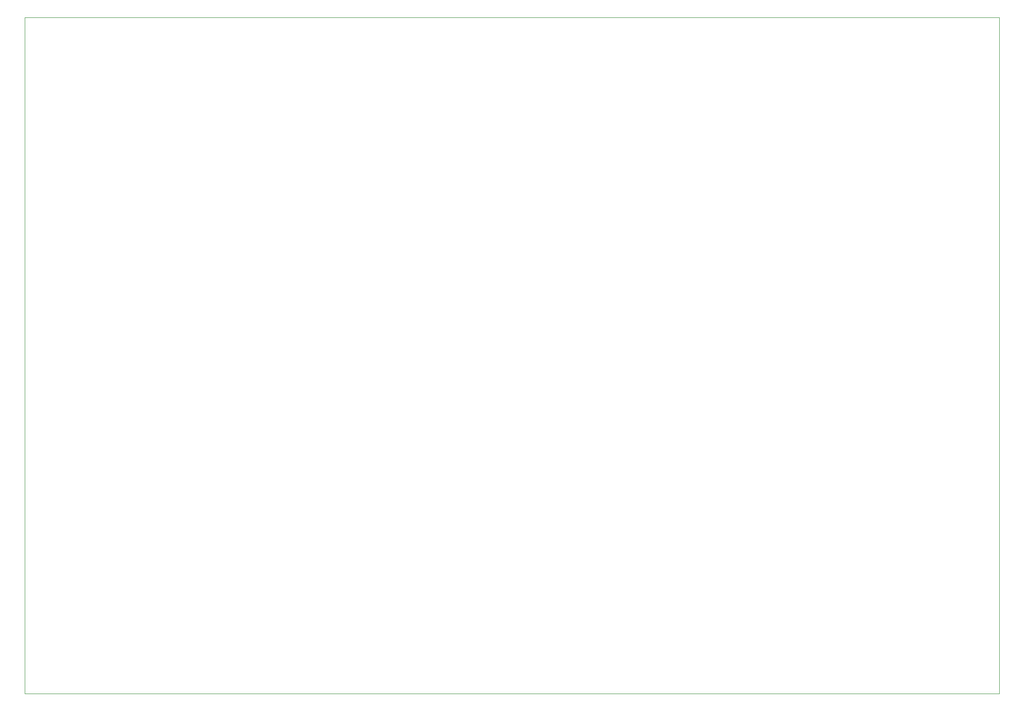
<source format=gbr>
G04 #@! TF.GenerationSoftware,KiCad,Pcbnew,5.1.5-52549c5~84~ubuntu18.04.1*
G04 #@! TF.CreationDate,2020-02-11T15:06:06-05:00*
G04 #@! TF.ProjectId,solenoid_board,736f6c65-6e6f-4696-945f-626f6172642e,rev?*
G04 #@! TF.SameCoordinates,Original*
G04 #@! TF.FileFunction,Legend,Bot*
G04 #@! TF.FilePolarity,Positive*
%FSLAX46Y46*%
G04 Gerber Fmt 4.6, Leading zero omitted, Abs format (unit mm)*
G04 Created by KiCad (PCBNEW 5.1.5-52549c5~84~ubuntu18.04.1) date 2020-02-11 15:06:06*
%MOMM*%
%LPD*%
G04 APERTURE LIST*
G04 #@! TA.AperFunction,Profile*
%ADD10C,0.120000*%
G04 #@! TD*
G04 APERTURE END LIST*
D10*
X50000000Y-25000000D02*
X50000000Y-150000000D01*
X230000000Y-25000000D02*
X50000000Y-25000000D01*
X230000000Y-150000000D02*
X230000000Y-25000000D01*
X50000000Y-150000000D02*
X230000000Y-150000000D01*
M02*

</source>
